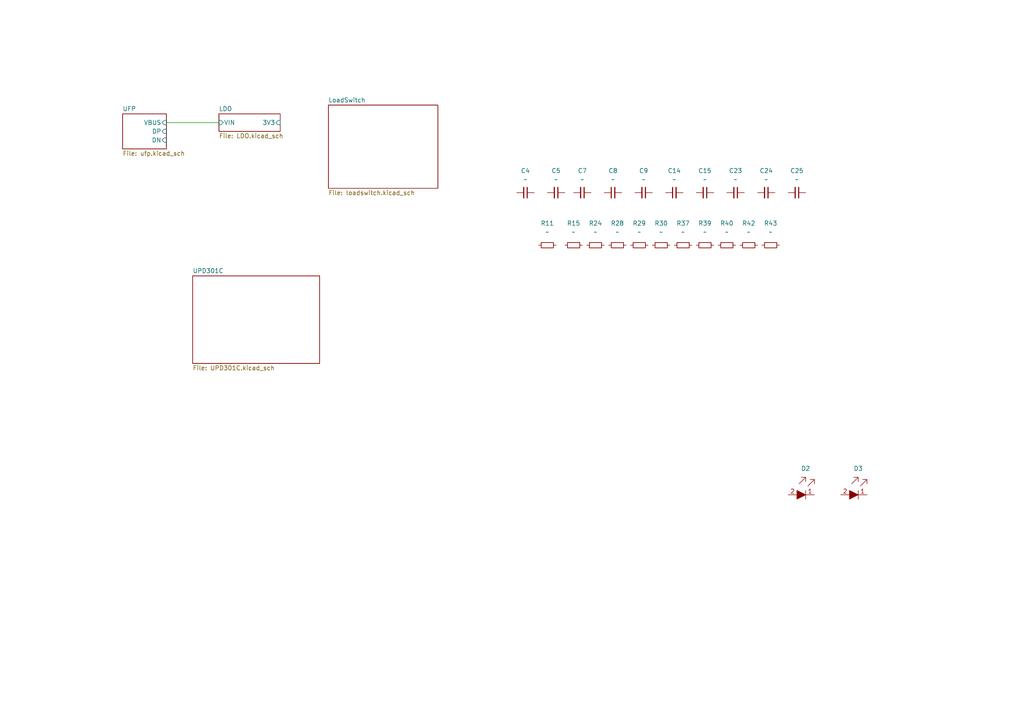
<source format=kicad_sch>
(kicad_sch (version 20211123) (generator eeschema)
  (paper "A4")
  (lib_symbols
    (symbol "Device:C_Small" (pin_numbers hide) (pin_names (offset 0.254) hide)
      (property "Reference" "C" (at 0.254 1.778 0))
      (property "Value" "C_Small" (at 0.254 -2.032 0))
      (symbol "C_Small_0_1"
        (polyline (pts (xy -1.524 -0.508) (xy 1.524 -0.508)) (stroke (width 0.3302)))
        (polyline (pts (xy -1.524 0.508) (xy 1.524 0.508)) (stroke (width 0.3048)))
      )
      (symbol "C_Small_1_1"
        (pin passive line (at 0 2.54 270) (length 2.032) (name "~") (number "1"))
        (pin passive line (at 0 -2.54 90) (length 2.032) (name "~") (number "2"))
      )
    )
    (symbol "Device:R_Small" (pin_numbers hide) (pin_names (offset 0.254) hide)
      (property "Reference" "R" (at 0.762 0.508 0))
      (property "Value" "R_Small" (at 0.762 -1.016 0))
      (symbol "R_Small_0_1"
        (rectangle (start -0.762 1.778) (end 0.762 -1.778) (stroke (width 0.2032)))
      )
      (symbol "R_Small_1_1"
        (pin passive line (at 0 2.54 270) (length 0.762) (name "~") (number "1"))
        (pin passive line (at 0 -2.54 90) (length 0.762) (name "~") (number "2"))
      )
    )
    (symbol "dk_LED-Indication-Discrete:LTST-C190KGKT" (pin_names (offset 0))
      (property "Reference" "D" (at -6.35 3.81 0))
      (symbol "LTST-C190KGKT_0_1"
        (polyline (pts (xy 0 1.27) (xy 0 -1.27)))
        (polyline (pts (xy -2.54 1.27) (xy -2.54 -1.27) (xy 0 0) (xy -2.54 1.27)) (fill (type outline)))
      )
      (symbol "LTST-C190KGKT_1_1"
        (polyline (pts (xy -1.27 3.81) (xy -1.905 3.175)))
        (polyline (pts (xy -0.635 5.08) (xy -1.27 5.08)))
        (polyline (pts (xy 0 4.445) (xy 0 3.81)))
        (polyline (pts (xy 1.27 3.175) (xy 0.635 2.54)))
        (polyline (pts (xy 1.905 4.445) (xy 1.27 4.445)))
        (polyline (pts (xy 2.54 3.81) (xy 2.54 3.175)))
        (polyline (pts (xy 1.27 3.175) (xy 2.54 4.445) (xy 1.905 4.445) (xy 2.54 4.445) (xy 2.54 3.81)))
        (polyline (pts (xy 0 5.08) (xy 0 4.445) (xy 0 5.08) (xy -0.635 5.08) (xy 0 5.08) (xy -1.27 3.81)))
        (pin output line (at 2.54 0 180) (length 2.54) (name "~") (number "1"))
        (pin input line (at -5.08 0 0) (length 2.54) (name "~") (number "2"))
      )
    )
  )
  (wire (pts (xy 48.26 35.56) (xy 63.5 35.56)))
  (symbol (lib_id "Device:C_Small") (at 195.58 55.88 90) (unit 1)
    (property "Reference" "C14" (at 195.5863 49.53 90))
    (property "Value" "~" (at 195.5863 52.07 90))
    (property "Part Number" "GRM188R61H225KE11D" (effects hide))
    (property "Digi-Key Part Number" "490-10733-1-ND" (effects hide))
    (property "Description" "CAP CER 2.2uF 50V 10% X5R SMD 0603" (effects hide))
  )
  (symbol (lib_id "Device:R_Small") (at 179.07 71.12 270) (unit 1)
    (property "Reference" "R28" (at 179.07 64.77 90))
    (property "Value" "~" (at 179.07 67.31 90))
    (property "Part Number" "RMCF0603FT10K0" (effects hide))
    (property "Digi-Key Part Number" "RMCF0603FT10K0CT-ND" (effects hide))
    (property "Description" "RES TKF 330R 1% 1/10W SMD 0402" (effects hide))
  )
  (symbol (lib_id "Device:C_Small") (at 152.4 55.88 270) (mirror x) (unit 1)
    (property "Reference" "C4" (at 152.3936 49.53 90))
    (property "Value" "~" (at 152.3936 52.07 90))
    (property "Part Number" "CGA2B3X7R1V104K050BB" (effects hide))
    (property "Digi-Key Part Number" "445-6901-1-ND" (effects hide))
    (property "Description" "CAP CER 0.1uF 35V 10% X7R SMD 0402" (effects hide))
  )
  (symbol (lib_id "Device:R_Small") (at 223.52 71.12 270) (unit 1)
    (property "Reference" "R43" (at 223.52 64.77 90))
    (property "Value" "~" (at 223.52 67.31 90))
    (property "Part Number" "RMCF0603FG1K00" (effects hide))
    (property "Digi-Key Part Number" "RMCF0603FG1K00CT-ND" (effects hide))
    (property "Description" "RES TKF 1k 1% 1/10W SMD 0402" (effects hide))
  )
  (symbol (lib_id "Device:R_Small") (at 210.82 71.12 270) (unit 1)
    (property "Reference" "R40" (at 210.82 64.77 90))
    (property "Value" "~" (at 210.82 67.31 90))
    (property "Part Number" "RMCF0603FG1K00" (effects hide))
    (property "Digi-Key Part Number" "RMCF0603FG1K00CT-ND" (effects hide))
    (property "Description" "RES TKF 1k 1% 1/10W SMD 0402" (effects hide))
  )
  (symbol (lib_id "dk_LED-Indication-Discrete:LTST-C190KGKT") (at 248.92 143.51 0) (unit 1)
    (property "Reference" "D3" (at 248.92 135.89 0))
    (property "Datasheet" "http://optoelectronics.liteon.com/upload/download/DS22-2000-074/LTST-C190KGKT.PDF" (effects hide))
    (property "Category" "Optoelectronics" (effects hide))
    (property "Family" "LED Indication - Discrete" (effects hide))
    (property "Description" "LED GREEN CLEAR CHIP SMD" (effects hide))
    (property "Manufacturer" "Lite-On Inc." (effects hide))
    (property "Status" "Active" (effects hide))
    (property "Manufacturer Part Number" "LTST-C190KGKT" (effects hide))
    (property "Supplier" "Digikey" (effects hide))
    (property "Supplier Part Number" "160-1435-1-ND" (effects hide))
    (property "Populated" "y" (effects hide))
  )
  (symbol (lib_id "Device:C_Small") (at 186.69 55.88 270) (mirror x) (unit 1)
    (property "Reference" "C9" (at 186.6836 49.53 90))
    (property "Value" "~" (at 186.6836 52.07 90))
    (property "Part Number" "CGA2B3X7R1V104K050BB" (effects hide))
    (property "Digi-Key Part Number" "445-6901-1-ND" (effects hide))
    (property "Description" "CAP CER 0.1uF 35V 10% X7R SMD 0402" (effects hide))
  )
  (symbol (lib_id "Device:R_Small") (at 198.12 71.12 270) (unit 1)
    (property "Reference" "R37" (at 198.12 64.77 90))
    (property "Value" "~" (at 198.12 67.31 90))
    (property "Part Number" "ERJ-2RKF1003X" (effects hide))
    (property "Digi-Key Part Number" "2019-SG73P1EWTTP1003FCT-ND" (effects hide))
    (property "Description" "RES TKF 100k 1% 1/10W SMD 0402" (effects hide))
  )
  (symbol (lib_id "Device:R_Small") (at 191.77 71.12 270) (unit 1)
    (property "Reference" "R30" (at 191.77 64.77 90))
    (property "Value" "~" (at 191.77 67.31 90))
    (property "Part Number" "RMCF0603FT10K0" (effects hide))
    (property "Digi-Key Part Number" "RMCF0603FT10K0CT-ND" (effects hide))
    (property "Description" "RES TKF 330R 1% 1/10W SMD 0402" (effects hide))
  )
  (symbol (lib_id "Device:C_Small") (at 231.14 55.88 270) (mirror x) (unit 1)
    (property "Reference" "C25" (at 231.1336 49.53 90))
    (property "Value" "~" (at 231.1336 52.07 90))
    (property "Part Number" "CGA2B3X7R1V104K050BB" (effects hide))
    (property "Digi-Key Part Number" "445-6901-1-ND" (effects hide))
    (property "Description" "CAP CER 0.1uF 35V 10% X7R SMD 0402" (effects hide))
  )
  (symbol (lib_id "Device:C_Small") (at 177.8 55.88 90) (unit 1)
    (property "Reference" "C8" (at 177.8063 49.53 90))
    (property "Value" "~" (at 177.8063 52.07 90))
    (property "Part Number" "GRM188R61H225KE11D" (effects hide))
    (property "Digi-Key Part Number" "490-10733-1-ND" (effects hide))
    (property "Description" "CAP CER 2.2uF 50V 10% X5R SMD 0603" (effects hide))
  )
  (symbol (lib_id "dk_LED-Indication-Discrete:LTST-C190KGKT") (at 233.68 143.51 0) (unit 1)
    (property "Reference" "D2" (at 233.68 135.89 0))
    (property "Datasheet" "http://optoelectronics.liteon.com/upload/download/DS22-2000-074/LTST-C190KGKT.PDF" (effects hide))
    (property "Category" "Optoelectronics" (effects hide))
    (property "Family" "LED Indication - Discrete" (effects hide))
    (property "Description" "LED GREEN CLEAR CHIP SMD" (effects hide))
    (property "Manufacturer" "Lite-On Inc." (effects hide))
    (property "Status" "Active" (effects hide))
    (property "Manufacturer Part Number" "LTST-C190KGKT" (effects hide))
    (property "Supplier" "Digikey" (effects hide))
    (property "Supplier Part Number" "160-1435-1-ND" (effects hide))
    (property "Populated" "y" (effects hide))
  )
  (symbol (lib_id "Device:C_Small") (at 222.25 55.88 270) (mirror x) (unit 1)
    (property "Reference" "C24" (at 222.2436 49.53 90))
    (property "Value" "~" (at 222.2436 52.07 90))
    (property "Part Number" "CGA2B3X7R1V104K050BB" (effects hide))
    (property "Digi-Key Part Number" "445-6901-1-ND" (effects hide))
    (property "Description" "CAP CER 0.1uF 35V 10% X7R SMD 0402" (effects hide))
  )
  (symbol (lib_id "Device:R_Small") (at 204.47 71.12 270) (unit 1)
    (property "Reference" "R39" (at 204.47 64.77 90))
    (property "Value" "~" (at 204.47 67.31 90))
    (property "Part Number" "RMCF0603FT10K0" (effects hide))
    (property "Digi-Key Part Number" "RMCF0603FT10K0CT-ND" (effects hide))
    (property "Description" "RES TKF 330R 1% 1/10W SMD 0402" (effects hide))
  )
  (symbol (lib_id "Device:R_Small") (at 217.17 71.12 270) (unit 1)
    (property "Reference" "R42" (at 217.17 64.77 90))
    (property "Value" "~" (at 217.17 67.31 90))
    (property "Part Number" "ERJ-2RKF1003X" (effects hide))
    (property "Digi-Key Part Number" "2019-SG73P1EWTTP1003FCT-ND" (effects hide))
    (property "Description" "RES TKF 100k 1% 1/10W SMD 0402" (effects hide))
  )
  (symbol (lib_id "Device:R_Small") (at 166.37 71.12 270) (unit 1)
    (property "Reference" "R15" (at 166.37 64.77 90))
    (property "Value" "~" (at 166.37 67.31 90))
    (property "Part Number" "RMCF0603FT10K0" (effects hide))
    (property "Digi-Key Part Number" "RMCF0603FT10K0CT-ND" (effects hide))
    (property "Description" "RES TKF 330R 1% 1/10W SMD 0402" (effects hide))
  )
  (symbol (lib_id "Device:C_Small") (at 161.29 55.88 270) (mirror x) (unit 1)
    (property "Reference" "C5" (at 161.2836 49.53 90))
    (property "Value" "~" (at 161.2836 52.07 90))
    (property "Part Number" "CGA2B3X7R1V104K050BB" (effects hide))
    (property "Digi-Key Part Number" "445-6901-1-ND" (effects hide))
    (property "Description" "CAP CER 0.1uF 35V 10% X7R SMD 0402" (effects hide))
  )
  (symbol (lib_id "Device:R_Small") (at 172.72 71.12 270) (unit 1)
    (property "Reference" "R24" (at 172.72 64.77 90))
    (property "Value" "~" (at 172.72 67.31 90))
    (property "Part Number" "RMCF0603FG1K00" (effects hide))
    (property "Digi-Key Part Number" "RMCF0603FG1K00CT-ND" (effects hide))
    (property "Description" "RES TKF 1k 1% 1/10W SMD 0402" (effects hide))
  )
  (symbol (lib_id "Device:R_Small") (at 158.75 71.12 270) (unit 1)
    (property "Reference" "R11" (at 158.75 64.77 90))
    (property "Value" "~" (at 158.75 67.31 90))
    (property "Part Number" "RMCF0603FG1K00" (effects hide))
    (property "Digi-Key Part Number" "RMCF0603FG1K00CT-ND" (effects hide))
    (property "Description" "RES TKF 1k 1% 1/10W SMD 0402" (effects hide))
  )
  (symbol (lib_id "Device:C_Small") (at 213.36 55.88 270) (mirror x) (unit 1)
    (property "Reference" "C23" (at 213.3536 49.53 90))
    (property "Value" "~" (at 213.3536 52.07 90))
    (property "Part Number" "CGA2B3X7R1V104K050BB" (effects hide))
    (property "Digi-Key Part Number" "445-6901-1-ND" (effects hide))
    (property "Description" "CAP CER 0.1uF 35V 10% X7R SMD 0402" (effects hide))
  )
  (symbol (lib_id "Device:C_Small") (at 168.91 55.88 270) (mirror x) (unit 1)
    (property "Reference" "C7" (at 168.9036 49.53 90))
    (property "Value" "~" (at 168.9036 52.07 90))
    (property "Part Number" "CGA2B3X7R1V104K050BB" (effects hide))
    (property "Digi-Key Part Number" "445-6901-1-ND" (effects hide))
    (property "Description" "CAP CER 0.1uF 35V 10% X7R SMD 0402" (effects hide))
  )
  (symbol (lib_id "Device:C_Small") (at 204.47 55.88 270) (mirror x) (unit 1)
    (property "Reference" "C15" (at 204.4636 49.53 90))
    (property "Value" "~" (at 204.4636 52.07 90))
    (property "Part Number" "CGA2B3X7R1V104K050BB" (effects hide))
    (property "Digi-Key Part Number" "445-6901-1-ND" (effects hide))
    (property "Description" "CAP CER 0.1uF 35V 10% X7R SMD 0402" (effects hide))
  )
  (symbol (lib_id "Device:R_Small") (at 185.42 71.12 270) (unit 1)
    (property "Reference" "R29" (at 185.42 64.77 90))
    (property "Value" "~" (at 185.42 67.31 90))
    (property "Part Number" "RMCF0603FT10K0" (effects hide))
    (property "Digi-Key Part Number" "RMCF0603FT10K0CT-ND" (effects hide))
    (property "Description" "RES TKF 330R 1% 1/10W SMD 0402" (effects hide))
  )
  (sheet (at 35.56 33.02) (size 12.7 10.16) (stroke (width 0.1524))
    (property "Sheet name" "UFP" (at 35.56 32.3084 0) (effects (justify left bottom)))
    (property "Sheet file" "ufp.kicad_sch" (at 35.56 43.7646 0) (effects (justify left top)))
    (pin "DN" input (at 48.26 40.64 0))
    (pin "DP" input (at 48.26 38.1 0))
    (pin "VBUS" input (at 48.26 35.56 0))
  )
  (sheet (at 63.5 33.02) (size 17.78 5.08)
    (property "Sheet name" "LDO" (at 63.5 32.3084 0) (effects (justify left bottom)))
    (property "Sheet file" "LDO.kicad_sch" (at 63.5 38.6846 0) (effects (justify left top)))
    (pin "3V3" input (at 81.28 35.56 0))
    (pin "VIN" input (at 63.5 35.56 180))
  )
  (sheet (at 55.88 80.01) (size 36.83 25.4) (stroke (width 0.1524))
    (property "Sheet name" "UPD301C" (at 55.88 79.2984 0) (effects (justify left bottom)))
    (property "Sheet file" "UPD301C.kicad_sch" (at 55.88 105.9946 0) (effects (justify left top)))
  )
  (sheet (at 95.25 30.48) (size 31.75 24.13) (stroke (width 0.1524))
    (property "Sheet name" "LoadSwitch" (at 95.25 29.7684 0) (effects (justify left bottom)))
    (property "Sheet file" "loadswitch.kicad_sch" (at 95.25 55.1946 0) (effects (justify left top)))
  )
)
</source>
